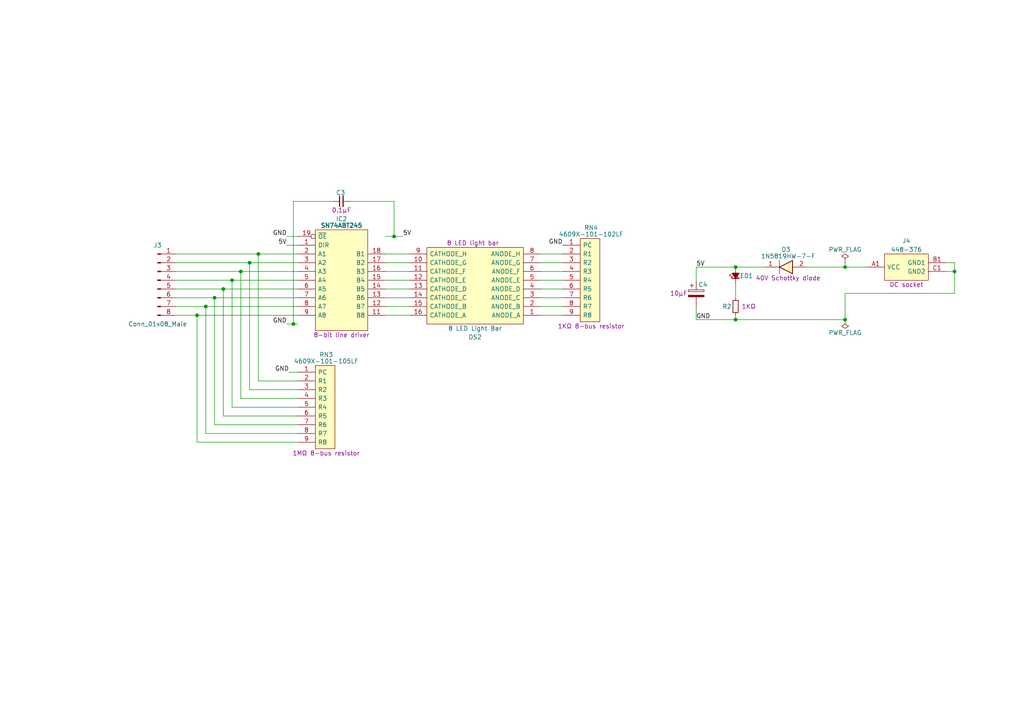
<source format=kicad_sch>
(kicad_sch (version 20231120) (generator "eeschema") (generator_version "8.0")
  (paper "A4")
  (lib_symbols
    (symbol "Bourns:4609X-101-102LF" (pin_names (offset 0.762))
      (property "Reference" "RN" (at 8.255 5.08 0))
      (property "Value" "4609X-101-102LF" (at 8.255 3.175 0))
      (property "Description" "1KΩ 8-bus resistor" (at 8.255 -23.495 0))
      (symbol "4609X-101-102LF_0_0"
        (pin passive line (at 0 0 0) (length 5.08) (name "PC") (number "1"))
        (pin passive line (at 0 -2.54 0) (length 5.08) (name "R1") (number "2"))
        (pin passive line (at 0 -5.08 0) (length 5.08) (name "R2") (number "3"))
        (pin passive line (at 0 -7.62 0) (length 5.08) (name "R3") (number "4"))
        (pin passive line (at 0 -10.16 0) (length 5.08) (name "R4") (number "5"))
        (pin passive line (at 0 -12.7 0) (length 5.08) (name "R5") (number "6"))
        (pin passive line (at 0 -15.24 0) (length 5.08) (name "R6") (number "7"))
        (pin passive line (at 0 -17.78 0) (length 5.08) (name "R7") (number "8"))
        (pin passive line (at 0 -20.32 0) (length 5.08) (name "R8") (number "9"))
      )
      (symbol "4609X-101-102LF_0_1"
        (polyline (pts (xy 5.08 1.905) (xy 10.795 1.905) (xy 10.795 -22.225) (xy 5.08 -22.225) (xy 5.08 1.905)) (stroke (width 0.1524)) (fill (type background)))
      )
    )
    (symbol "Bourns:4609X-101-105LF" (pin_names (offset 0.762))
      (property "Reference" "RN" (at 8.255 5.08 0))
      (property "Value" "4609X-101-105LF" (at 8.255 3.175 0))
      (property "Description" "1MΩ 8-bus resistor" (at 8.255 -23.495 0))
      (symbol "4609X-101-105LF_0_0"
        (pin passive line (at 0 0 0) (length 5.08) (name "PC") (number "1"))
        (pin passive line (at 0 -2.54 0) (length 5.08) (name "R1") (number "2"))
        (pin passive line (at 0 -5.08 0) (length 5.08) (name "R2") (number "3"))
        (pin passive line (at 0 -7.62 0) (length 5.08) (name "R3") (number "4"))
        (pin passive line (at 0 -10.16 0) (length 5.08) (name "R4") (number "5"))
        (pin passive line (at 0 -12.7 0) (length 5.08) (name "R5") (number "6"))
        (pin passive line (at 0 -15.24 0) (length 5.08) (name "R6") (number "7"))
        (pin passive line (at 0 -17.78 0) (length 5.08) (name "R7") (number "8"))
        (pin passive line (at 0 -20.32 0) (length 5.08) (name "R8") (number "9"))
      )
      (symbol "4609X-101-105LF_0_1"
        (polyline (pts (xy 5.08 1.905) (xy 10.795 1.905) (xy 10.795 -22.225) (xy 5.08 -22.225) (xy 5.08 1.905)) (stroke (width 0.1524)) (fill (type background)))
      )
    )
    (symbol "Connector:Conn_01x08_Male" (pin_names (offset 1.016) hide)
      (property "Reference" "J" (at 0 10.16 0))
      (property "Value" "Conn_01x08_Male" (at 0 -12.7 0))
      (symbol "Conn_01x08_Male_1_1"
        (polyline (pts (xy 1.27 -10.16) (xy 0.8636 -10.16)) (stroke (width 0.1524)))
        (polyline (pts (xy 1.27 -7.62) (xy 0.8636 -7.62)) (stroke (width 0.1524)))
        (polyline (pts (xy 1.27 -5.08) (xy 0.8636 -5.08)) (stroke (width 0.1524)))
        (polyline (pts (xy 1.27 -2.54) (xy 0.8636 -2.54)) (stroke (width 0.1524)))
        (polyline (pts (xy 1.27 0) (xy 0.8636 0)) (stroke (width 0.1524)))
        (polyline (pts (xy 1.27 2.54) (xy 0.8636 2.54)) (stroke (width 0.1524)))
        (polyline (pts (xy 1.27 5.08) (xy 0.8636 5.08)) (stroke (width 0.1524)))
        (polyline (pts (xy 1.27 7.62) (xy 0.8636 7.62)) (stroke (width 0.1524)))
        (rectangle (start 0.8636 -10.033) (end 0 -10.287) (stroke (width 0.1524)) (fill (type outline)))
        (rectangle (start 0.8636 -7.493) (end 0 -7.747) (stroke (width 0.1524)) (fill (type outline)))
        (rectangle (start 0.8636 -4.953) (end 0 -5.207) (stroke (width 0.1524)) (fill (type outline)))
        (rectangle (start 0.8636 -2.413) (end 0 -2.667) (stroke (width 0.1524)) (fill (type outline)))
        (rectangle (start 0.8636 0.127) (end 0 -0.127) (stroke (width 0.1524)) (fill (type outline)))
        (rectangle (start 0.8636 2.667) (end 0 2.413) (stroke (width 0.1524)) (fill (type outline)))
        (rectangle (start 0.8636 5.207) (end 0 4.953) (stroke (width 0.1524)) (fill (type outline)))
        (rectangle (start 0.8636 7.747) (end 0 7.493) (stroke (width 0.1524)) (fill (type outline)))
        (pin passive line (at 5.08 7.62 180) (length 3.81) (name "Pin_1") (number "1"))
        (pin passive line (at 5.08 5.08 180) (length 3.81) (name "Pin_2") (number "2"))
        (pin passive line (at 5.08 2.54 180) (length 3.81) (name "Pin_3") (number "3"))
        (pin passive line (at 5.08 0 180) (length 3.81) (name "Pin_4") (number "4"))
        (pin passive line (at 5.08 -2.54 180) (length 3.81) (name "Pin_5") (number "5"))
        (pin passive line (at 5.08 -5.08 180) (length 3.81) (name "Pin_6") (number "6"))
        (pin passive line (at 5.08 -7.62 180) (length 3.81) (name "Pin_7") (number "7"))
        (pin passive line (at 5.08 -10.16 180) (length 3.81) (name "Pin_8") (number "8"))
      )
    )
    (symbol "Device:C_Polarized" (pin_numbers hide) (pin_names (offset 0.254))
      (property "Reference" "C" (at 0.635 2.54 0))
      (property "Value" "C_Polarized" (at 0.635 -2.54 0))
      (symbol "C_Polarized_0_1"
        (rectangle (start -2.286 0.508) (end 2.286 1.016))
        (polyline (pts (xy -1.778 2.286) (xy -0.762 2.286)))
        (polyline (pts (xy -1.27 2.794) (xy -1.27 1.778)))
        (rectangle (start 2.286 -0.508) (end -2.286 -1.016) (fill (type outline)))
      )
      (symbol "C_Polarized_1_1"
        (pin passive line (at 0 3.81 270) (length 2.794) (name "~") (number "1"))
        (pin passive line (at 0 -3.81 90) (length 2.794) (name "~") (number "2"))
      )
    )
    (symbol "Device:LED_Small_Filled" (pin_numbers hide) (pin_names (offset 0.254) hide)
      (property "Reference" "D" (at -1.27 3.175 0))
      (property "Value" "LED_Small_Filled" (at -4.445 -2.54 0))
      (symbol "LED_Small_Filled_0_1"
        (polyline (pts (xy -0.762 -1.016) (xy -0.762 1.016)) (stroke (width 0.254)))
        (polyline (pts (xy 1.016 0) (xy -0.762 0)))
        (polyline (pts (xy 0.762 -1.016) (xy -0.762 0) (xy 0.762 1.016) (xy 0.762 -1.016)) (stroke (width 0.254)) (fill (type outline)))
        (polyline (pts (xy 0 0.762) (xy -0.508 1.27) (xy -0.254 1.27) (xy -0.508 1.27) (xy -0.508 1.016)))
        (polyline (pts (xy 0.508 1.27) (xy 0 1.778) (xy 0.254 1.778) (xy 0 1.778) (xy 0 1.524)))
      )
      (symbol "LED_Small_Filled_1_1"
        (pin passive line (at -2.54 0 0) (length 1.778) (name "K") (number "1"))
        (pin passive line (at 2.54 0 180) (length 1.778) (name "A") (number "2"))
      )
    )
    (symbol "Diodes_Inc:1N5819HW-7-F" (pin_names (offset 0.762))
      (property "Reference" "D" (at 5.715 5.08 0))
      (property "Value" "1N5819HW-7-F" (at 6.35 3.175 0))
      (property "Description" "40V Schottky diode" (at 6.35 -3.175 0))
      (symbol "1N5819HW-7-F_0_0"
        (pin passive line (at 0 0 0) (length 2.54) (name "~") (number "1"))
        (pin passive line (at 11.43 0 180) (length 2.54) (name "~") (number "2"))
      )
      (symbol "1N5819HW-7-F_0_1"
        (polyline (pts (xy 2.54 0) (xy 3.81 0)) (stroke (width 0.1524)))
        (polyline (pts (xy 3.81 1.905) (xy 3.81 -1.905)) (stroke (width 0.1524)))
        (polyline (pts (xy 7.62 0) (xy 8.89 0)) (stroke (width 0.1524)))
        (polyline (pts (xy 3.81 0) (xy 7.62 1.905) (xy 7.62 -1.905) (xy 3.81 0)) (stroke (width 0.254)) (fill (type background)))
      )
    )
    (symbol "HCP65:C_0805" (pin_numbers hide) (pin_names (offset 0.254) hide)
      (property "Reference" "C" (at 2.286 2.54 0))
      (property "Description" "?μF" (at 2.54 -2.54 0))
      (symbol "C_0805_0_1"
        (polyline (pts (xy 1.9685 -1.4605) (xy 1.9685 1.5875)) (stroke (width 0.3048)))
        (polyline (pts (xy 2.9845 -1.4605) (xy 2.9845 1.5875)) (stroke (width 0.3302)))
      )
      (symbol "C_0805_1_1"
        (pin passive line (at 0 0 0) (length 2.032) (name "~") (number "1"))
        (pin passive line (at 5.08 0 180) (length 2.032) (name "~") (number "2"))
      )
    )
    (symbol "HCP65:R_0805" (pin_numbers hide) (pin_names hide)
      (property "Reference" "R" (at 2.54 1.778 0))
      (property "Description" "?Ω" (at 2.54 -2.032 0))
      (symbol "R_0805_0_1"
        (rectangle (start 0.762 0.762) (end 4.318 -0.762) (stroke (width 0.2032)))
      )
      (symbol "R_0805_1_1"
        (pin passive line (at 0 0 0) (length 0.72) (name "~") (number "1"))
        (pin passive line (at 5.08 0 180) (length 0.72) (name "~") (number "2"))
      )
    )
    (symbol "Osram:8 LED Light Bar" (pin_names (offset 0.762))
      (property "Reference" "DS" (at 19.05 6.35 0))
      (property "Value" "8 LED Light Bar" (at 19.05 3.81 0))
      (property "Description" "8 LED light bar" (at 19.685 -20.955 0))
      (symbol "8 LED Light Bar_0_0"
        (pin passive line (at 0 0 0) (length 5.08) (name "ANODE_A") (number "1"))
        (pin passive line (at 38.1 -15.24 180) (length 5.08) (name "CATHODE_G") (number "10"))
        (pin passive line (at 38.1 -12.7 180) (length 5.08) (name "CATHODE_F") (number "11"))
        (pin passive line (at 38.1 -10.16 180) (length 5.08) (name "CATHODE_E") (number "12"))
        (pin passive line (at 38.1 -7.62 180) (length 5.08) (name "CATHODE_D") (number "13"))
        (pin passive line (at 38.1 -5.08 180) (length 5.08) (name "CATHODE_C") (number "14"))
        (pin passive line (at 38.1 -2.54 180) (length 5.08) (name "CATHODE_B") (number "15"))
        (pin passive line (at 38.1 0 180) (length 5.08) (name "CATHODE_A") (number "16"))
        (pin passive line (at 0 -2.54 0) (length 5.08) (name "ANODE_B") (number "2"))
        (pin passive line (at 0 -5.08 0) (length 5.08) (name "ANODE_C") (number "3"))
        (pin passive line (at 0 -7.62 0) (length 5.08) (name "ANODE_D") (number "4"))
        (pin passive line (at 0 -10.16 0) (length 5.08) (name "ANODE_E") (number "5"))
        (pin passive line (at 0 -12.7 0) (length 5.08) (name "ANODE_F") (number "6"))
        (pin passive line (at 0 -15.24 0) (length 5.08) (name "ANODE_G") (number "7"))
        (pin passive line (at 0 -17.78 0) (length 5.08) (name "ANODE_H") (number "8"))
        (pin passive line (at 38.1 -17.78 180) (length 5.08) (name "CATHODE_H") (number "9"))
      )
      (symbol "8 LED Light Bar_0_1"
        (polyline (pts (xy 5.08 2.54) (xy 33.02 2.54) (xy 33.02 -19.685) (xy 5.08 -19.685) (xy 5.08 2.54)) (stroke (width 0.1524)) (fill (type background)))
      )
    )
    (symbol "RS_Components:448-376" (pin_names (offset 0.762))
      (property "Reference" "J" (at 11.43 6.35 0))
      (property "Value" "448-376" (at 11.43 3.81 0))
      (property "Description" "DC socket" (at 11.43 -6.35 0))
      (symbol "448-376_0_0"
        (pin passive line (at 0 -1.27 0) (length 5.08) (name "VCC") (number "A1"))
        (pin passive line (at 22.86 0 180) (length 5.08) (name "GND1") (number "B1"))
        (pin passive line (at 22.86 -2.54 180) (length 5.08) (name "GND2") (number "C1"))
      )
      (symbol "448-376_0_1"
        (polyline (pts (xy 5.08 2.54) (xy 17.78 2.54) (xy 17.78 -5.08) (xy 5.08 -5.08) (xy 5.08 2.54)) (stroke (width 0.1524)) (fill (type background)))
      )
    )
    (symbol "Texas_Instruments:SN74ABT245BDBR" (pin_names (offset 0.762))
      (property "Reference" "IC" (at 12.7 5.08 0))
      (property "Value" "SN74ABT245BDBR" (at 12.7 3.175 0))
      (property "Description" "8-bit line driver" (at 12.7 -28.575 0))
      (symbol "SN74ABT245BDBR_0_0"
        (pin input line (at 0 -2.54 0) (length 5.08) (name "DIR") (number "1"))
        (pin passive line (at 0 -25.4 0) (length 5.08) hide (name "GND") (number "10"))
        (pin bidirectional line (at 25.4 -22.86 180) (length 5.08) (name "B8") (number "11"))
        (pin bidirectional line (at 25.4 -20.32 180) (length 5.08) (name "B7") (number "12"))
        (pin bidirectional line (at 25.4 -17.78 180) (length 5.08) (name "B6") (number "13"))
        (pin bidirectional line (at 25.4 -15.24 180) (length 5.08) (name "B5") (number "14"))
        (pin bidirectional line (at 25.4 -12.7 180) (length 5.08) (name "B4") (number "15"))
        (pin bidirectional line (at 25.4 -10.16 180) (length 5.08) (name "B3") (number "16"))
        (pin bidirectional line (at 25.4 -7.62 180) (length 5.08) (name "B2") (number "17"))
        (pin bidirectional line (at 25.4 -5.08 180) (length 5.08) (name "B1") (number "18"))
        (pin input inverted (at 0 0 0) (length 5.08) (name "~{OE}") (number "19"))
        (pin bidirectional line (at 0 -5.08 0) (length 5.08) (name "A1") (number "2"))
        (pin passive line (at 25.4 0 180) (length 5.08) hide (name "5V") (number "20"))
        (pin bidirectional line (at 0 -7.62 0) (length 5.08) (name "A2") (number "3"))
        (pin bidirectional line (at 0 -10.16 0) (length 5.08) (name "A3") (number "4"))
        (pin bidirectional line (at 0 -12.7 0) (length 5.08) (name "A4") (number "5"))
        (pin bidirectional line (at 0 -15.24 0) (length 5.08) (name "A5") (number "6"))
        (pin bidirectional line (at 0 -17.78 0) (length 5.08) (name "A6") (number "7"))
        (pin bidirectional line (at 0 -20.32 0) (length 5.08) (name "A7") (number "8"))
        (pin bidirectional line (at 0 -22.86 0) (length 5.08) (name "A8") (number "9"))
      )
      (symbol "SN74ABT245BDBR_0_1"
        (polyline (pts (xy 5.08 1.905) (xy 20.32 1.905) (xy 20.32 -27.305) (xy 5.08 -27.305) (xy 5.08 1.905)) (stroke (width 0.1524)) (fill (type background)))
      )
    )
    (symbol "power:PWR_FLAG" (power) (pin_numbers hide) (pin_names (offset 0) hide)
      (property "Value" "PWR_FLAG" (at 0 3.81 0))
      (symbol "PWR_FLAG_0_0"
        (pin power_out line (at 0 0 90) (length 0) (name "pwr") (number "1"))
      )
      (symbol "PWR_FLAG_0_1"
        (polyline (pts (xy 0 0) (xy 0 1.27) (xy -1.016 1.905) (xy 0 2.54) (xy 1.016 1.905) (xy 0 1.27)))
      )
    )
  )
  (junction (at 59.69 88.9))
  (junction (at 213.36 77.47))
  (junction (at 64.77 83.82))
  (junction (at 69.85 78.74))
  (junction (at 72.39 76.2))
  (junction (at 67.31 81.28))
  (junction (at 74.93 73.66))
  (junction (at 276.86 78.74))
  (junction (at 213.36 92.71))
  (junction (at 114.3 68.58))
  (junction (at 245.11 77.47))
  (junction (at 62.23 86.36))
  (junction (at 245.11 92.71))
  (junction (at 57.15 91.44))
  (junction (at 85.09 93.98))
  (wire (pts (xy 118.745 76.2) (xy 111.76 76.2)))
  (wire (pts (xy 233.68 77.47) (xy 245.11 77.47)))
  (wire (pts (xy 245.11 92.71) (xy 213.36 92.71)))
  (wire (pts (xy 213.36 92.71) (xy 213.36 91.44)))
  (wire (pts (xy 57.15 91.44) (xy 86.36 91.44)))
  (wire (pts (xy 72.39 76.2) (xy 86.36 76.2)))
  (wire (pts (xy 163.195 73.66) (xy 156.845 73.66)))
  (wire (pts (xy 114.3 58.42) (xy 114.3 68.58)))
  (wire (pts (xy 74.93 110.49) (xy 86.36 110.49)))
  (wire (pts (xy 62.23 123.19) (xy 62.23 86.36)))
  (wire (pts (xy 62.23 123.19) (xy 86.36 123.19)))
  (wire (pts (xy 276.86 78.74) (xy 276.86 85.09)))
  (wire (pts (xy 57.15 128.27) (xy 57.15 91.44)))
  (wire (pts (xy 163.195 91.44) (xy 156.845 91.44)))
  (wire (pts (xy 69.85 115.57) (xy 86.36 115.57)))
  (wire (pts (xy 245.11 76.2) (xy 245.11 77.47)))
  (wire (pts (xy 83.185 93.98) (xy 85.09 93.98)))
  (wire (pts (xy 118.745 91.44) (xy 111.76 91.44)))
  (wire (pts (xy 50.8 73.66) (xy 74.93 73.66)))
  (wire (pts (xy 69.85 115.57) (xy 69.85 78.74)))
  (wire (pts (xy 64.77 120.65) (xy 64.77 83.82)))
  (wire (pts (xy 118.745 78.74) (xy 111.76 78.74)))
  (wire (pts (xy 74.93 73.66) (xy 86.36 73.66)))
  (wire (pts (xy 72.39 113.03) (xy 72.39 76.2)))
  (wire (pts (xy 276.86 76.2) (xy 274.32 76.2)))
  (wire (pts (xy 67.31 118.11) (xy 86.36 118.11)))
  (wire (pts (xy 83.185 71.12) (xy 86.36 71.12)))
  (wire (pts (xy 62.23 86.36) (xy 86.36 86.36)))
  (wire (pts (xy 118.745 88.9) (xy 111.76 88.9)))
  (wire (pts (xy 163.195 88.9) (xy 156.845 88.9)))
  (wire (pts (xy 118.745 73.66) (xy 111.76 73.66)))
  (wire (pts (xy 276.86 85.09) (xy 245.11 85.09)))
  (wire (pts (xy 213.36 82.55) (xy 213.36 86.36)))
  (wire (pts (xy 50.8 76.2) (xy 72.39 76.2)))
  (wire (pts (xy 50.8 86.36) (xy 62.23 86.36)))
  (wire (pts (xy 118.745 83.82) (xy 111.76 83.82)))
  (wire (pts (xy 163.195 81.28) (xy 156.845 81.28)))
  (wire (pts (xy 69.85 78.74) (xy 86.36 78.74)))
  (wire (pts (xy 245.11 77.47) (xy 251.46 77.47)))
  (wire (pts (xy 50.8 78.74) (xy 69.85 78.74)))
  (wire (pts (xy 59.69 125.73) (xy 59.69 88.9)))
  (wire (pts (xy 163.195 86.36) (xy 156.845 86.36)))
  (wire (pts (xy 50.8 83.82) (xy 64.77 83.82)))
  (wire (pts (xy 85.09 93.98) (xy 86.36 93.98)))
  (wire (pts (xy 163.195 83.82) (xy 156.845 83.82)))
  (wire (pts (xy 67.31 118.11) (xy 67.31 81.28)))
  (wire (pts (xy 85.09 58.42) (xy 85.09 93.98)))
  (wire (pts (xy 64.77 120.65) (xy 86.36 120.65)))
  (wire (pts (xy 163.195 76.2) (xy 156.845 76.2)))
  (wire (pts (xy 276.86 76.2) (xy 276.86 78.74)))
  (wire (pts (xy 201.93 92.71) (xy 201.93 88.9)))
  (wire (pts (xy 83.82 107.95) (xy 86.36 107.95)))
  (wire (pts (xy 59.69 88.9) (xy 86.36 88.9)))
  (wire (pts (xy 59.69 125.73) (xy 86.36 125.73)))
  (wire (pts (xy 50.8 81.28) (xy 67.31 81.28)))
  (wire (pts (xy 50.8 91.44) (xy 57.15 91.44)))
  (wire (pts (xy 245.11 85.09) (xy 245.11 92.71)))
  (wire (pts (xy 118.745 81.28) (xy 111.76 81.28)))
  (wire (pts (xy 118.745 86.36) (xy 111.76 86.36)))
  (wire (pts (xy 276.86 78.74) (xy 274.32 78.74)))
  (wire (pts (xy 163.195 78.74) (xy 156.845 78.74)))
  (wire (pts (xy 114.3 68.58) (xy 116.84 68.58)))
  (wire (pts (xy 64.77 83.82) (xy 86.36 83.82)))
  (wire (pts (xy 67.31 81.28) (xy 86.36 81.28)))
  (wire (pts (xy 57.15 128.27) (xy 86.36 128.27)))
  (wire (pts (xy 74.93 110.49) (xy 74.93 73.66)))
  (wire (pts (xy 213.36 77.47) (xy 222.25 77.47)))
  (wire (pts (xy 111.76 68.58) (xy 114.3 68.58)))
  (wire (pts (xy 201.93 77.47) (xy 201.93 81.28)))
  (wire (pts (xy 101.6 58.42) (xy 114.3 58.42)))
  (wire (pts (xy 72.39 113.03) (xy 86.36 113.03)))
  (wire (pts (xy 213.36 92.71) (xy 201.93 92.71)))
  (wire (pts (xy 59.69 88.9) (xy 50.8 88.9)))
  (wire (pts (xy 85.09 58.42) (xy 96.52 58.42)))
  (wire (pts (xy 201.93 77.47) (xy 213.36 77.47)))
  (wire (pts (xy 83.185 68.58) (xy 86.36 68.58)))
  (label "GND" (at 163.195 71.12 180))
  (label "GND" (at 83.82 107.95 180))
  (label "5V" (at 83.185 71.12 180))
  (label "5V" (at 201.93 77.47 0))
  (label "GND" (at 201.93 92.71 0))
  (label "GND" (at 83.185 68.58 180))
  (label "5V" (at 116.84 68.58 0))
  (label "GND" (at 83.185 93.98 180))
  (symbol (lib_id "Bourns:4609X-101-102LF") (at 163.195 71.12 0) (unit 1)
    (property "Reference" "RN2" (at 171.45 66.04 0))
    (property "Value" "4609X-101-102LF" (at 171.45 67.945 0))
    (property "Footprint" "SamacSys_Parts:4609X" (effects (hide yes)))
    (property "Datasheet" "https://www.mouser.com/datasheet/2/54/4600x-776645.pdf" (effects (hide yes)))
    (property "Description" "1KΩ 8-bus resistor" (at 171.45 94.615 0))
    (property "Height" "5.08" (effects (hide yes)))
    (property "Manufacturer_Name" "Bourns" (effects (hide yes)))
    (property "Manufacturer_Part_Number" "4609X-101-102LF" (effects (hide yes)))
    (property "Mouser Part Number" "652-4609X-1LF-1K" (effects (hide yes)))
    (property "Mouser Price/Stock" "https://www.mouser.co.uk/ProductDetail/Bourns/4609X-101-102LF?qs=nFt9sTYf7TAKYPPrg1sLvw%3D%3D" (effects (hide yes)))
    (property "Arrow Part Number" "4609X-101-102LF" (effects (hide yes)))
    (property "Arrow Price/Stock" "https://www.arrow.com/en/products/4609x-101-102lf/bourns?region=europe" (effects (hide yes)))
    (instances (project "Bus Tester" (path "" (reference "RN4") (unit 1)) (path "" (reference "RN2") (unit 1))))
  )
  (symbol (lib_id "power:PWR_FLAG") (at 245.11 92.71 180) (unit 1)
    (property "Reference" "#FLG04" (effects (hide yes)))
    (property "Value" "PWR_FLAG" (at 245.11 96.52 0))
    (instances (project "Bus Tester" (path "" (reference "#FLG06") (unit 1)) (path "" (reference "#FLG04") (unit 1))))
  )
  (symbol (lib_id "Texas_Instruments:SN74ABT245BDBR") (at 86.36 68.58 0) (unit 1)
    (property "Reference" "IC1" (at 99.06 63.5 0))
    (property "Value" "SN74ABT245" (at 99.06 65.405 0) (effects (font (bold yes))))
    (property "Footprint" "SOP65P780X200-20N" (effects (hide yes)))
    (property "Datasheet" "http://www.ti.com/lit/gpn/sn74abt245b" (effects (hide yes)))
    (property "Description" "8-bit line driver" (at 99.06 97.155 0))
    (property "Height" "2" (effects (hide yes)))
    (property "Manufacturer_Name" "Texas Instruments" (effects (hide yes)))
    (property "Manufacturer_Part_Number" "SN74ABT245BDBR" (effects (hide yes)))
    (property "Mouser Part Number" "595-SN74ABT245BDBR" (effects (hide yes)))
    (property "Mouser Price/Stock" "https://www.mouser.co.uk/ProductDetail/Texas-Instruments/SN74ABT245BDBR?qs=5nGYs9Do7G0kvriH65mtcg%3D%3D" (effects (hide yes)))
    (property "Arrow Part Number" "SN74ABT245BDBR" (effects (hide yes)))
    (property "Arrow Price/Stock" "https://www.arrow.com/en/products/sn74abt245bdbr/texas-instruments" (effects (hide yes)))
    (instances (project "Bus Tester" (path "" (reference "IC2") (unit 1)) (path "" (reference "IC1") (unit 1))))
  )
  (symbol (lib_id "Device:LED_Small_Filled") (at 213.36 80.01 90) (unit 1)
    (property "Reference" "LED2" (at 218.44 80.01 90) (effects (justify left)))
    (property "Value" "LED_Small_Filled" (effects (hide yes)))
    (property "Footprint" "SamacSys_Parts:LED_D5.0mm" (effects (hide yes)))
    (instances (project "Bus Tester" (path "" (reference "LED1") (unit 1)) (path "" (reference "LED2") (unit 1))))
  )
  (symbol (lib_id "Osram:8 LED Light Bar") (at 156.845 91.44 180) (unit 1)
    (property "Reference" "DS1" (at 137.795 97.79 0))
    (property "Value" "8 LED Light Bar" (at 137.795 95.25 0))
    (property "Footprint" "SamacSys_Parts:DIP8LEDBAR" (effects (hide yes)))
    (property "Datasheet" "https://datasheet.datasheetarchive.com/originals/distributors/Datasheets-6/DSA-115789.pdf" (effects (hide yes)))
    (property "Description" "8 LED light bar" (at 137.16 70.485 0))
    (property "Height" "6.35" (effects (hide yes)))
    (property "Manufacturer_Name" "Avago Technologies" (effects (hide yes)))
    (property "Manufacturer_Part_Number" "HDSP-4830" (effects (hide yes)))
    (property "Mouser Part Number" "630-HDSP-4830" (effects (hide yes)))
    (property "Mouser Price/Stock" "https://www.mouser.co.uk/ProductDetail/Broadcom-Avago/HDSP-4830?qs=pQfy5%252BKCabIzUgkQ3%2FJOEw%3D%3D" (effects (hide yes)))
    (instances (project "Bus Tester" (path "" (reference "DS2") (unit 1)) (path "" (reference "DS1") (unit 1))))
  )
  (symbol (lib_id "HCP65:C_0805") (at 96.52 58.42 0) (unit 1)
    (property "Reference" "C1" (at 98.806 55.88 0))
    (property "Value" "C_0805" (effects (hide yes)))
    (property "Footprint" "SamacSys_Parts:C_0805" (effects (hide yes)))
    (property "Description" "0.1μF" (at 99.06 60.96 0))
    (instances (project "Bus Tester" (path "" (reference "C3") (unit 1)) (path "" (reference "C1") (unit 1))))
  )
  (symbol (lib_id "Device:C_Polarized") (at 201.93 85.09 0) (unit 1)
    (property "Reference" "C2" (at 202.565 82.55 0) (effects (justify left)))
    (property "Value" "C_Polarized" (effects (hide yes)))
    (property "Footprint" "Capacitor_THT:CP_Radial_D4.0mm_P1.50mm" (effects (hide yes)))
    (property "Description" "10μF" (at 196.85 85.09 0))
    (instances (project "Bus Tester" (path "" (reference "C4") (unit 1)) (path "" (reference "C2") (unit 1))))
  )
  (symbol (lib_id "Connector:Conn_01x08_Male") (at 45.72 81.28 0) (unit 1)
    (property "Reference" "J1" (at 45.72 71.12 0))
    (property "Value" "Conn_01x08_Male" (at 45.72 93.98 0))
    (property "Footprint" "Connector_PinHeader_2.54mm:PinHeader_1x08_P2.54mm_Vertical" (effects (hide yes)))
    (instances (project "Bus Tester" (path "" (reference "J3") (unit 1)) (path "" (reference "J1") (unit 1))))
  )
  (symbol (lib_id "power:PWR_FLAG") (at 245.11 76.2 0) (unit 1)
    (property "Reference" "#FLG03" (effects (hide yes)))
    (property "Value" "PWR_FLAG" (at 245.11 72.39 0))
    (instances (project "Bus Tester" (path "" (reference "#FLG05") (unit 1)) (path "" (reference "#FLG03") (unit 1))))
  )
  (symbol (lib_id "Diodes_Inc:1N5819HW-7-F") (at 222.25 77.47 0) (unit 1)
    (property "Reference" "D2" (at 227.965 72.39 0))
    (property "Value" "1N5819HW-7-F" (at 228.6 74.295 0))
    (property "Footprint" "SOD3716X145N" (effects (hide yes)))
    (property "Datasheet" "https://datasheet.datasheetarchive.com/originals/distributors/Datasheets-DGA23/1390892.pdf" (effects (hide yes)))
    (property "Description" "40V Schottky diode" (at 228.6 80.645 0))
    (property "Height" "1.45" (effects (hide yes)))
    (property "Manufacturer_Name" "Diodes Inc." (effects (hide yes)))
    (property "Manufacturer_Part_Number" "1N5819HW-7-F" (effects (hide yes)))
    (property "Mouser Part Number" "621-1N5819HW-F" (effects (hide yes)))
    (property "Mouser Price/Stock" "https://www.mouser.co.uk/ProductDetail/Diodes-Incorporated/1N5819HW-7-F?qs=NQ47qNm99eDyWTEd07miYA%3D%3D" (effects (hide yes)))
    (property "Arrow Part Number" "1N5819HW-7-F" (effects (hide yes)))
    (property "Arrow Price/Stock" "https://www.arrow.com/en/products/1n5819hw-7-f/diodes-incorporated" (effects (hide yes)))
    (property "Silkscreen" "1N5819" (effects (hide yes)))
    (instances (project "Bus Tester" (path "" (reference "D3") (unit 1)) (path "" (reference "D2") (unit 1))))
  )
  (symbol (lib_id "Bourns:4609X-101-105LF") (at 86.36 107.95 0) (unit 1)
    (property "Reference" "RN1" (at 94.615 102.87 0))
    (property "Value" "4609X-101-105LF" (at 94.615 104.775 0))
    (property "Footprint" "SamacSys_Parts:4609X" (effects (hide yes)))
    (property "Datasheet" "https://www.bourns.com/pdfs/4600X.pdf" (effects (hide yes)))
    (property "Description" "1MΩ 8-bus resistor" (at 94.615 131.445 0))
    (property "Manufacturer_Name" "Bourns" (effects (hide yes)))
    (property "Manufacturer_Part_Number" "4609X-101-105LF" (effects (hide yes)))
    (property "Mouser Part Number" "652-4609X-1LF-1M" (effects (hide yes)))
    (property "Mouser Price/Stock" "https://www.mouser.com/Search/Refine.aspx?Keyword=652-4609X-1LF-1M" (effects (hide yes)))
    (property "Arrow Part Number" "4609X-101-105LF" (effects (hide yes)))
    (property "Arrow Price/Stock" "https://www.arrow.com/en/products/4609x-101-105lf/bourns?region=europe" (effects (hide yes)))
    (instances (project "Bus Tester" (path "" (reference "RN3") (unit 1)) (path "" (reference "RN1") (unit 1))))
  )
  (symbol (lib_id "HCP65:R_0805") (at 213.36 91.44 90) (unit 1)
    (property "Reference" "R1" (at 210.82 88.9 90))
    (property "Value" "R_0805" (effects (hide yes)))
    (property "Footprint" "SamacSys_Parts:R_0805" (effects (hide yes)))
    (property "Description" "1KΩ" (at 217.17 88.9 90))
    (instances (project "Bus Tester" (path "" (reference "R2") (unit 1)) (path "" (reference "R1") (unit 1))))
  )
  (symbol (lib_id "RS_Components:448-376") (at 251.46 76.2 0) (unit 1)
    (property "Reference" "J2" (at 262.89 69.85 0))
    (property "Value" "448-376" (at 262.89 72.39 0))
    (property "Footprint" "448376" (effects (hide yes)))
    (property "Datasheet" "https://docs.rs-online.com/902a/0900766b81582446.pdf" (effects (hide yes)))
    (property "Description" "DC socket" (at 262.89 82.55 0))
    (property "Height" "11" (effects (hide yes)))
    (property "Manufacturer_Name" "RS Components" (effects (hide yes)))
    (property "Manufacturer_Part_Number" "448-376" (effects (hide yes)))
    (instances (project "Bus Tester" (path "" (reference "J4") (unit 1)) (path "" (reference "J2") (unit 1))))
  )
)
</source>
